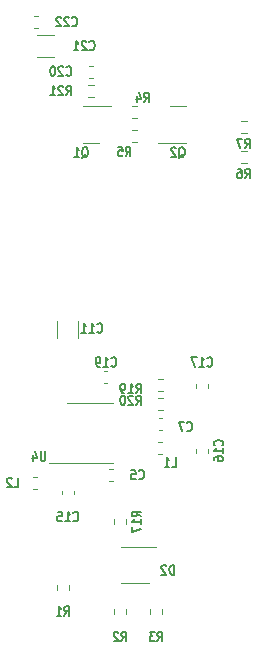
<source format=gbr>
%TF.GenerationSoftware,KiCad,Pcbnew,5.99.0-unknown-46c4727783~106~ubuntu20.04.1*%
%TF.CreationDate,2021-01-07T16:46:54-03:00*%
%TF.ProjectId,lisa32,6c697361-3332-42e6-9b69-6361645f7063,rev?*%
%TF.SameCoordinates,Original*%
%TF.FileFunction,Legend,Bot*%
%TF.FilePolarity,Positive*%
%FSLAX46Y46*%
G04 Gerber Fmt 4.6, Leading zero omitted, Abs format (unit mm)*
G04 Created by KiCad (PCBNEW 5.99.0-unknown-46c4727783~106~ubuntu20.04.1) date 2021-01-07 16:46:54*
%MOMM*%
%LPD*%
G01*
G04 APERTURE LIST*
%ADD10C,0.150000*%
%ADD11C,0.120000*%
G04 APERTURE END LIST*
D10*
%TO.C,D2*%
X18017266Y-51720704D02*
X18017266Y-50920704D01*
X17850600Y-50920704D01*
X17750600Y-50958800D01*
X17683933Y-51034990D01*
X17650600Y-51111180D01*
X17617266Y-51263561D01*
X17617266Y-51377847D01*
X17650600Y-51530228D01*
X17683933Y-51606419D01*
X17750600Y-51682609D01*
X17850600Y-51720704D01*
X18017266Y-51720704D01*
X17350600Y-50996895D02*
X17317266Y-50958800D01*
X17250600Y-50920704D01*
X17083933Y-50920704D01*
X17017266Y-50958800D01*
X16983933Y-50996895D01*
X16950600Y-51073085D01*
X16950600Y-51149276D01*
X16983933Y-51263561D01*
X17383933Y-51720704D01*
X16950600Y-51720704D01*
%TO.C,Q2*%
X18417666Y-16427095D02*
X18484333Y-16389000D01*
X18551000Y-16312809D01*
X18651000Y-16198523D01*
X18717666Y-16160428D01*
X18784333Y-16160428D01*
X18751000Y-16350904D02*
X18817666Y-16312809D01*
X18884333Y-16236619D01*
X18917666Y-16084238D01*
X18917666Y-15817571D01*
X18884333Y-15665190D01*
X18817666Y-15589000D01*
X18751000Y-15550904D01*
X18617666Y-15550904D01*
X18551000Y-15589000D01*
X18484333Y-15665190D01*
X18451000Y-15817571D01*
X18451000Y-16084238D01*
X18484333Y-16236619D01*
X18551000Y-16312809D01*
X18617666Y-16350904D01*
X18751000Y-16350904D01*
X18184333Y-15627095D02*
X18151000Y-15589000D01*
X18084333Y-15550904D01*
X17917666Y-15550904D01*
X17851000Y-15589000D01*
X17817666Y-15627095D01*
X17784333Y-15703285D01*
X17784333Y-15779476D01*
X17817666Y-15893761D01*
X18217666Y-16350904D01*
X17784333Y-16350904D01*
%TO.C,R5*%
X13934266Y-16287704D02*
X14167600Y-15906752D01*
X14334266Y-16287704D02*
X14334266Y-15487704D01*
X14067600Y-15487704D01*
X14000933Y-15525800D01*
X13967600Y-15563895D01*
X13934266Y-15640085D01*
X13934266Y-15754371D01*
X13967600Y-15830561D01*
X14000933Y-15868657D01*
X14067600Y-15906752D01*
X14334266Y-15906752D01*
X13300933Y-15487704D02*
X13634266Y-15487704D01*
X13667600Y-15868657D01*
X13634266Y-15830561D01*
X13567600Y-15792466D01*
X13400933Y-15792466D01*
X13334266Y-15830561D01*
X13300933Y-15868657D01*
X13267600Y-15944847D01*
X13267600Y-16135323D01*
X13300933Y-16211514D01*
X13334266Y-16249609D01*
X13400933Y-16287704D01*
X13567600Y-16287704D01*
X13634266Y-16249609D01*
X13667600Y-16211514D01*
%TO.C,R3*%
X16626666Y-57384904D02*
X16860000Y-57003952D01*
X17026666Y-57384904D02*
X17026666Y-56584904D01*
X16760000Y-56584904D01*
X16693333Y-56623000D01*
X16660000Y-56661095D01*
X16626666Y-56737285D01*
X16626666Y-56851571D01*
X16660000Y-56927761D01*
X16693333Y-56965857D01*
X16760000Y-57003952D01*
X17026666Y-57003952D01*
X16393333Y-56584904D02*
X15960000Y-56584904D01*
X16193333Y-56889666D01*
X16093333Y-56889666D01*
X16026666Y-56927761D01*
X15993333Y-56965857D01*
X15960000Y-57042047D01*
X15960000Y-57232523D01*
X15993333Y-57308714D01*
X16026666Y-57346809D01*
X16093333Y-57384904D01*
X16293333Y-57384904D01*
X16360000Y-57346809D01*
X16393333Y-57308714D01*
%TO.C,C17*%
X20846200Y-34042314D02*
X20879533Y-34080409D01*
X20979533Y-34118504D01*
X21046200Y-34118504D01*
X21146200Y-34080409D01*
X21212866Y-34004219D01*
X21246200Y-33928028D01*
X21279533Y-33775647D01*
X21279533Y-33661361D01*
X21246200Y-33508980D01*
X21212866Y-33432790D01*
X21146200Y-33356600D01*
X21046200Y-33318504D01*
X20979533Y-33318504D01*
X20879533Y-33356600D01*
X20846200Y-33394695D01*
X20179533Y-34118504D02*
X20579533Y-34118504D01*
X20379533Y-34118504D02*
X20379533Y-33318504D01*
X20446200Y-33432790D01*
X20512866Y-33508980D01*
X20579533Y-33547076D01*
X19946200Y-33318504D02*
X19479533Y-33318504D01*
X19779533Y-34118504D01*
%TO.C,R2*%
X13578666Y-57384904D02*
X13812000Y-57003952D01*
X13978666Y-57384904D02*
X13978666Y-56584904D01*
X13712000Y-56584904D01*
X13645333Y-56623000D01*
X13612000Y-56661095D01*
X13578666Y-56737285D01*
X13578666Y-56851571D01*
X13612000Y-56927761D01*
X13645333Y-56965857D01*
X13712000Y-57003952D01*
X13978666Y-57003952D01*
X13312000Y-56661095D02*
X13278666Y-56623000D01*
X13212000Y-56584904D01*
X13045333Y-56584904D01*
X12978666Y-56623000D01*
X12945333Y-56661095D01*
X12912000Y-56737285D01*
X12912000Y-56813476D01*
X12945333Y-56927761D01*
X13345333Y-57384904D01*
X12912000Y-57384904D01*
%TO.C,L2*%
X4485466Y-44329304D02*
X4818800Y-44329304D01*
X4818800Y-43529304D01*
X4285466Y-43605495D02*
X4252133Y-43567400D01*
X4185466Y-43529304D01*
X4018800Y-43529304D01*
X3952133Y-43567400D01*
X3918800Y-43605495D01*
X3885466Y-43681685D01*
X3885466Y-43757876D01*
X3918800Y-43872161D01*
X4318800Y-44329304D01*
X3885466Y-44329304D01*
%TO.C,U4*%
X7137333Y-41294104D02*
X7137333Y-41941723D01*
X7104000Y-42017914D01*
X7070666Y-42056009D01*
X7004000Y-42094104D01*
X6870666Y-42094104D01*
X6804000Y-42056009D01*
X6770666Y-42017914D01*
X6737333Y-41941723D01*
X6737333Y-41294104D01*
X6104000Y-41560771D02*
X6104000Y-42094104D01*
X6270666Y-41256009D02*
X6437333Y-41827438D01*
X6004000Y-41827438D01*
%TO.C,R20*%
X14826400Y-37369704D02*
X15059733Y-36988752D01*
X15226400Y-37369704D02*
X15226400Y-36569704D01*
X14959733Y-36569704D01*
X14893066Y-36607800D01*
X14859733Y-36645895D01*
X14826400Y-36722085D01*
X14826400Y-36836371D01*
X14859733Y-36912561D01*
X14893066Y-36950657D01*
X14959733Y-36988752D01*
X15226400Y-36988752D01*
X14559733Y-36645895D02*
X14526400Y-36607800D01*
X14459733Y-36569704D01*
X14293066Y-36569704D01*
X14226400Y-36607800D01*
X14193066Y-36645895D01*
X14159733Y-36722085D01*
X14159733Y-36798276D01*
X14193066Y-36912561D01*
X14593066Y-37369704D01*
X14159733Y-37369704D01*
X13726400Y-36569704D02*
X13659733Y-36569704D01*
X13593066Y-36607800D01*
X13559733Y-36645895D01*
X13526400Y-36722085D01*
X13493066Y-36874466D01*
X13493066Y-37064942D01*
X13526400Y-37217323D01*
X13559733Y-37293514D01*
X13593066Y-37331609D01*
X13659733Y-37369704D01*
X13726400Y-37369704D01*
X13793066Y-37331609D01*
X13826400Y-37293514D01*
X13859733Y-37217323D01*
X13893066Y-37064942D01*
X13893066Y-36874466D01*
X13859733Y-36722085D01*
X13826400Y-36645895D01*
X13793066Y-36607800D01*
X13726400Y-36569704D01*
%TO.C,R21*%
X8895000Y-11156904D02*
X9128333Y-10775952D01*
X9295000Y-11156904D02*
X9295000Y-10356904D01*
X9028333Y-10356904D01*
X8961666Y-10395000D01*
X8928333Y-10433095D01*
X8895000Y-10509285D01*
X8895000Y-10623571D01*
X8928333Y-10699761D01*
X8961666Y-10737857D01*
X9028333Y-10775952D01*
X9295000Y-10775952D01*
X8628333Y-10433095D02*
X8595000Y-10395000D01*
X8528333Y-10356904D01*
X8361666Y-10356904D01*
X8295000Y-10395000D01*
X8261666Y-10433095D01*
X8228333Y-10509285D01*
X8228333Y-10585476D01*
X8261666Y-10699761D01*
X8661666Y-11156904D01*
X8228333Y-11156904D01*
X7561666Y-11156904D02*
X7961666Y-11156904D01*
X7761666Y-11156904D02*
X7761666Y-10356904D01*
X7828333Y-10471190D01*
X7895000Y-10547380D01*
X7961666Y-10585476D01*
%TO.C,C19*%
X12718200Y-34042314D02*
X12751533Y-34080409D01*
X12851533Y-34118504D01*
X12918200Y-34118504D01*
X13018200Y-34080409D01*
X13084866Y-34004219D01*
X13118200Y-33928028D01*
X13151533Y-33775647D01*
X13151533Y-33661361D01*
X13118200Y-33508980D01*
X13084866Y-33432790D01*
X13018200Y-33356600D01*
X12918200Y-33318504D01*
X12851533Y-33318504D01*
X12751533Y-33356600D01*
X12718200Y-33394695D01*
X12051533Y-34118504D02*
X12451533Y-34118504D01*
X12251533Y-34118504D02*
X12251533Y-33318504D01*
X12318200Y-33432790D01*
X12384866Y-33508980D01*
X12451533Y-33547076D01*
X11718200Y-34118504D02*
X11584866Y-34118504D01*
X11518200Y-34080409D01*
X11484866Y-34042314D01*
X11418200Y-33928028D01*
X11384866Y-33775647D01*
X11384866Y-33470885D01*
X11418200Y-33394695D01*
X11451533Y-33356600D01*
X11518200Y-33318504D01*
X11651533Y-33318504D01*
X11718200Y-33356600D01*
X11751533Y-33394695D01*
X11784866Y-33470885D01*
X11784866Y-33661361D01*
X11751533Y-33737552D01*
X11718200Y-33775647D01*
X11651533Y-33813742D01*
X11518200Y-33813742D01*
X11451533Y-33775647D01*
X11418200Y-33737552D01*
X11384866Y-33661361D01*
%TO.C,C15*%
X9492400Y-47148714D02*
X9525733Y-47186809D01*
X9625733Y-47224904D01*
X9692400Y-47224904D01*
X9792400Y-47186809D01*
X9859066Y-47110619D01*
X9892400Y-47034428D01*
X9925733Y-46882047D01*
X9925733Y-46767761D01*
X9892400Y-46615380D01*
X9859066Y-46539190D01*
X9792400Y-46463000D01*
X9692400Y-46424904D01*
X9625733Y-46424904D01*
X9525733Y-46463000D01*
X9492400Y-46501095D01*
X8825733Y-47224904D02*
X9225733Y-47224904D01*
X9025733Y-47224904D02*
X9025733Y-46424904D01*
X9092400Y-46539190D01*
X9159066Y-46615380D01*
X9225733Y-46653476D01*
X8192400Y-46424904D02*
X8525733Y-46424904D01*
X8559066Y-46805857D01*
X8525733Y-46767761D01*
X8459066Y-46729666D01*
X8292400Y-46729666D01*
X8225733Y-46767761D01*
X8192400Y-46805857D01*
X8159066Y-46882047D01*
X8159066Y-47072523D01*
X8192400Y-47148714D01*
X8225733Y-47186809D01*
X8292400Y-47224904D01*
X8459066Y-47224904D01*
X8525733Y-47186809D01*
X8559066Y-47148714D01*
%TO.C,C11*%
X11524400Y-31172114D02*
X11557733Y-31210209D01*
X11657733Y-31248304D01*
X11724400Y-31248304D01*
X11824400Y-31210209D01*
X11891066Y-31134019D01*
X11924400Y-31057828D01*
X11957733Y-30905447D01*
X11957733Y-30791161D01*
X11924400Y-30638780D01*
X11891066Y-30562590D01*
X11824400Y-30486400D01*
X11724400Y-30448304D01*
X11657733Y-30448304D01*
X11557733Y-30486400D01*
X11524400Y-30524495D01*
X10857733Y-31248304D02*
X11257733Y-31248304D01*
X11057733Y-31248304D02*
X11057733Y-30448304D01*
X11124400Y-30562590D01*
X11191066Y-30638780D01*
X11257733Y-30676876D01*
X10191066Y-31248304D02*
X10591066Y-31248304D01*
X10391066Y-31248304D02*
X10391066Y-30448304D01*
X10457733Y-30562590D01*
X10524400Y-30638780D01*
X10591066Y-30676876D01*
%TO.C,R19*%
X14826400Y-36379104D02*
X15059733Y-35998152D01*
X15226400Y-36379104D02*
X15226400Y-35579104D01*
X14959733Y-35579104D01*
X14893066Y-35617200D01*
X14859733Y-35655295D01*
X14826400Y-35731485D01*
X14826400Y-35845771D01*
X14859733Y-35921961D01*
X14893066Y-35960057D01*
X14959733Y-35998152D01*
X15226400Y-35998152D01*
X14159733Y-36379104D02*
X14559733Y-36379104D01*
X14359733Y-36379104D02*
X14359733Y-35579104D01*
X14426400Y-35693390D01*
X14493066Y-35769580D01*
X14559733Y-35807676D01*
X13826400Y-36379104D02*
X13693066Y-36379104D01*
X13626400Y-36341009D01*
X13593066Y-36302914D01*
X13526400Y-36188628D01*
X13493066Y-36036247D01*
X13493066Y-35731485D01*
X13526400Y-35655295D01*
X13559733Y-35617200D01*
X13626400Y-35579104D01*
X13759733Y-35579104D01*
X13826400Y-35617200D01*
X13859733Y-35655295D01*
X13893066Y-35731485D01*
X13893066Y-35921961D01*
X13859733Y-35998152D01*
X13826400Y-36036247D01*
X13759733Y-36074342D01*
X13626400Y-36074342D01*
X13559733Y-36036247D01*
X13526400Y-35998152D01*
X13493066Y-35921961D01*
%TO.C,R1*%
X8752666Y-55225904D02*
X8986000Y-54844952D01*
X9152666Y-55225904D02*
X9152666Y-54425904D01*
X8886000Y-54425904D01*
X8819333Y-54464000D01*
X8786000Y-54502095D01*
X8752666Y-54578285D01*
X8752666Y-54692571D01*
X8786000Y-54768761D01*
X8819333Y-54806857D01*
X8886000Y-54844952D01*
X9152666Y-54844952D01*
X8086000Y-55225904D02*
X8486000Y-55225904D01*
X8286000Y-55225904D02*
X8286000Y-54425904D01*
X8352666Y-54540190D01*
X8419333Y-54616380D01*
X8486000Y-54654476D01*
%TO.C,C7*%
X19115866Y-39528714D02*
X19149200Y-39566809D01*
X19249200Y-39604904D01*
X19315866Y-39604904D01*
X19415866Y-39566809D01*
X19482533Y-39490619D01*
X19515866Y-39414428D01*
X19549200Y-39262047D01*
X19549200Y-39147761D01*
X19515866Y-38995380D01*
X19482533Y-38919190D01*
X19415866Y-38843000D01*
X19315866Y-38804904D01*
X19249200Y-38804904D01*
X19149200Y-38843000D01*
X19115866Y-38881095D01*
X18882533Y-38804904D02*
X18415866Y-38804904D01*
X18715866Y-39604904D01*
%TO.C,R4*%
X15483666Y-11715704D02*
X15717000Y-11334752D01*
X15883666Y-11715704D02*
X15883666Y-10915704D01*
X15617000Y-10915704D01*
X15550333Y-10953800D01*
X15517000Y-10991895D01*
X15483666Y-11068085D01*
X15483666Y-11182371D01*
X15517000Y-11258561D01*
X15550333Y-11296657D01*
X15617000Y-11334752D01*
X15883666Y-11334752D01*
X14883666Y-11182371D02*
X14883666Y-11715704D01*
X15050333Y-10877609D02*
X15217000Y-11449038D01*
X14783666Y-11449038D01*
%TO.C,L1*%
X17820466Y-42602104D02*
X18153800Y-42602104D01*
X18153800Y-41802104D01*
X17220466Y-42602104D02*
X17620466Y-42602104D01*
X17420466Y-42602104D02*
X17420466Y-41802104D01*
X17487133Y-41916390D01*
X17553800Y-41992580D01*
X17620466Y-42030676D01*
%TO.C,Q1*%
X10226666Y-16440095D02*
X10293333Y-16402000D01*
X10360000Y-16325809D01*
X10460000Y-16211523D01*
X10526666Y-16173428D01*
X10593333Y-16173428D01*
X10560000Y-16363904D02*
X10626666Y-16325809D01*
X10693333Y-16249619D01*
X10726666Y-16097238D01*
X10726666Y-15830571D01*
X10693333Y-15678190D01*
X10626666Y-15602000D01*
X10560000Y-15563904D01*
X10426666Y-15563904D01*
X10360000Y-15602000D01*
X10293333Y-15678190D01*
X10260000Y-15830571D01*
X10260000Y-16097238D01*
X10293333Y-16249619D01*
X10360000Y-16325809D01*
X10426666Y-16363904D01*
X10560000Y-16363904D01*
X9593333Y-16363904D02*
X9993333Y-16363904D01*
X9793333Y-16363904D02*
X9793333Y-15563904D01*
X9860000Y-15678190D01*
X9926666Y-15754380D01*
X9993333Y-15792476D01*
%TO.C,C22*%
X9390800Y-5238714D02*
X9424133Y-5276809D01*
X9524133Y-5314904D01*
X9590800Y-5314904D01*
X9690800Y-5276809D01*
X9757466Y-5200619D01*
X9790800Y-5124428D01*
X9824133Y-4972047D01*
X9824133Y-4857761D01*
X9790800Y-4705380D01*
X9757466Y-4629190D01*
X9690800Y-4553000D01*
X9590800Y-4514904D01*
X9524133Y-4514904D01*
X9424133Y-4553000D01*
X9390800Y-4591095D01*
X9124133Y-4591095D02*
X9090800Y-4553000D01*
X9024133Y-4514904D01*
X8857466Y-4514904D01*
X8790800Y-4553000D01*
X8757466Y-4591095D01*
X8724133Y-4667285D01*
X8724133Y-4743476D01*
X8757466Y-4857761D01*
X9157466Y-5314904D01*
X8724133Y-5314904D01*
X8457466Y-4591095D02*
X8424133Y-4553000D01*
X8357466Y-4514904D01*
X8190800Y-4514904D01*
X8124133Y-4553000D01*
X8090800Y-4591095D01*
X8057466Y-4667285D01*
X8057466Y-4743476D01*
X8090800Y-4857761D01*
X8490800Y-5314904D01*
X8057466Y-5314904D01*
%TO.C,C20*%
X8895000Y-9429714D02*
X8928333Y-9467809D01*
X9028333Y-9505904D01*
X9095000Y-9505904D01*
X9195000Y-9467809D01*
X9261666Y-9391619D01*
X9295000Y-9315428D01*
X9328333Y-9163047D01*
X9328333Y-9048761D01*
X9295000Y-8896380D01*
X9261666Y-8820190D01*
X9195000Y-8744000D01*
X9095000Y-8705904D01*
X9028333Y-8705904D01*
X8928333Y-8744000D01*
X8895000Y-8782095D01*
X8628333Y-8782095D02*
X8595000Y-8744000D01*
X8528333Y-8705904D01*
X8361666Y-8705904D01*
X8295000Y-8744000D01*
X8261666Y-8782095D01*
X8228333Y-8858285D01*
X8228333Y-8934476D01*
X8261666Y-9048761D01*
X8661666Y-9505904D01*
X8228333Y-9505904D01*
X7795000Y-8705904D02*
X7728333Y-8705904D01*
X7661666Y-8744000D01*
X7628333Y-8782095D01*
X7595000Y-8858285D01*
X7561666Y-9010666D01*
X7561666Y-9201142D01*
X7595000Y-9353523D01*
X7628333Y-9429714D01*
X7661666Y-9467809D01*
X7728333Y-9505904D01*
X7795000Y-9505904D01*
X7861666Y-9467809D01*
X7895000Y-9429714D01*
X7928333Y-9353523D01*
X7961666Y-9201142D01*
X7961666Y-9010666D01*
X7928333Y-8858285D01*
X7895000Y-8782095D01*
X7861666Y-8744000D01*
X7795000Y-8705904D01*
%TO.C,C16*%
X22129714Y-40774200D02*
X22167809Y-40740866D01*
X22205904Y-40640866D01*
X22205904Y-40574200D01*
X22167809Y-40474200D01*
X22091619Y-40407533D01*
X22015428Y-40374200D01*
X21863047Y-40340866D01*
X21748761Y-40340866D01*
X21596380Y-40374200D01*
X21520190Y-40407533D01*
X21444000Y-40474200D01*
X21405904Y-40574200D01*
X21405904Y-40640866D01*
X21444000Y-40740866D01*
X21482095Y-40774200D01*
X22205904Y-41440866D02*
X22205904Y-41040866D01*
X22205904Y-41240866D02*
X21405904Y-41240866D01*
X21520190Y-41174200D01*
X21596380Y-41107533D01*
X21634476Y-41040866D01*
X21405904Y-42040866D02*
X21405904Y-41907533D01*
X21444000Y-41840866D01*
X21482095Y-41807533D01*
X21596380Y-41740866D01*
X21748761Y-41707533D01*
X22053523Y-41707533D01*
X22129714Y-41740866D01*
X22167809Y-41774200D01*
X22205904Y-41840866D01*
X22205904Y-41974200D01*
X22167809Y-42040866D01*
X22129714Y-42074200D01*
X22053523Y-42107533D01*
X21863047Y-42107533D01*
X21786857Y-42074200D01*
X21748761Y-42040866D01*
X21710666Y-41974200D01*
X21710666Y-41840866D01*
X21748761Y-41774200D01*
X21786857Y-41740866D01*
X21863047Y-41707533D01*
%TO.C,C21*%
X10864000Y-7270714D02*
X10897333Y-7308809D01*
X10997333Y-7346904D01*
X11064000Y-7346904D01*
X11164000Y-7308809D01*
X11230666Y-7232619D01*
X11264000Y-7156428D01*
X11297333Y-7004047D01*
X11297333Y-6889761D01*
X11264000Y-6737380D01*
X11230666Y-6661190D01*
X11164000Y-6585000D01*
X11064000Y-6546904D01*
X10997333Y-6546904D01*
X10897333Y-6585000D01*
X10864000Y-6623095D01*
X10597333Y-6623095D02*
X10564000Y-6585000D01*
X10497333Y-6546904D01*
X10330666Y-6546904D01*
X10264000Y-6585000D01*
X10230666Y-6623095D01*
X10197333Y-6699285D01*
X10197333Y-6775476D01*
X10230666Y-6889761D01*
X10630666Y-7346904D01*
X10197333Y-7346904D01*
X9530666Y-7346904D02*
X9930666Y-7346904D01*
X9730666Y-7346904D02*
X9730666Y-6546904D01*
X9797333Y-6661190D01*
X9864000Y-6737380D01*
X9930666Y-6775476D01*
%TO.C,C5*%
X15051866Y-43592714D02*
X15085200Y-43630809D01*
X15185200Y-43668904D01*
X15251866Y-43668904D01*
X15351866Y-43630809D01*
X15418533Y-43554619D01*
X15451866Y-43478428D01*
X15485200Y-43326047D01*
X15485200Y-43211761D01*
X15451866Y-43059380D01*
X15418533Y-42983190D01*
X15351866Y-42907000D01*
X15251866Y-42868904D01*
X15185200Y-42868904D01*
X15085200Y-42907000D01*
X15051866Y-42945095D01*
X14418533Y-42868904D02*
X14751866Y-42868904D01*
X14785200Y-43249857D01*
X14751866Y-43211761D01*
X14685200Y-43173666D01*
X14518533Y-43173666D01*
X14451866Y-43211761D01*
X14418533Y-43249857D01*
X14385200Y-43326047D01*
X14385200Y-43516523D01*
X14418533Y-43592714D01*
X14451866Y-43630809D01*
X14518533Y-43668904D01*
X14685200Y-43668904D01*
X14751866Y-43630809D01*
X14785200Y-43592714D01*
%TO.C,R6*%
X24043466Y-18174904D02*
X24276800Y-17793952D01*
X24443466Y-18174904D02*
X24443466Y-17374904D01*
X24176800Y-17374904D01*
X24110133Y-17413000D01*
X24076800Y-17451095D01*
X24043466Y-17527285D01*
X24043466Y-17641571D01*
X24076800Y-17717761D01*
X24110133Y-17755857D01*
X24176800Y-17793952D01*
X24443466Y-17793952D01*
X23443466Y-17374904D02*
X23576800Y-17374904D01*
X23643466Y-17413000D01*
X23676800Y-17451095D01*
X23743466Y-17565380D01*
X23776800Y-17717761D01*
X23776800Y-18022523D01*
X23743466Y-18098714D01*
X23710133Y-18136809D01*
X23643466Y-18174904D01*
X23510133Y-18174904D01*
X23443466Y-18136809D01*
X23410133Y-18098714D01*
X23376800Y-18022523D01*
X23376800Y-17832047D01*
X23410133Y-17755857D01*
X23443466Y-17717761D01*
X23510133Y-17679666D01*
X23643466Y-17679666D01*
X23710133Y-17717761D01*
X23743466Y-17755857D01*
X23776800Y-17832047D01*
%TO.C,R7*%
X24043466Y-15634904D02*
X24276800Y-15253952D01*
X24443466Y-15634904D02*
X24443466Y-14834904D01*
X24176800Y-14834904D01*
X24110133Y-14873000D01*
X24076800Y-14911095D01*
X24043466Y-14987285D01*
X24043466Y-15101571D01*
X24076800Y-15177761D01*
X24110133Y-15215857D01*
X24176800Y-15253952D01*
X24443466Y-15253952D01*
X23810133Y-14834904D02*
X23343466Y-14834904D01*
X23643466Y-15634904D01*
%TO.C,R17*%
X15253904Y-46794000D02*
X14872952Y-46560666D01*
X15253904Y-46394000D02*
X14453904Y-46394000D01*
X14453904Y-46660666D01*
X14492000Y-46727333D01*
X14530095Y-46760666D01*
X14606285Y-46794000D01*
X14720571Y-46794000D01*
X14796761Y-46760666D01*
X14834857Y-46727333D01*
X14872952Y-46660666D01*
X14872952Y-46394000D01*
X15253904Y-47460666D02*
X15253904Y-47060666D01*
X15253904Y-47260666D02*
X14453904Y-47260666D01*
X14568190Y-47194000D01*
X14644380Y-47127333D01*
X14682476Y-47060666D01*
X14453904Y-47694000D02*
X14453904Y-48160666D01*
X15253904Y-47860666D01*
D11*
%TO.C,D2*%
X13532000Y-49351600D02*
X16482000Y-49351600D01*
X15932000Y-52451600D02*
X13532000Y-52451600D01*
%TO.C,Q2*%
X18351000Y-12029000D02*
X17701000Y-12029000D01*
X18351000Y-12029000D02*
X19001000Y-12029000D01*
X18351000Y-15149000D02*
X19001000Y-15149000D01*
X18351000Y-15149000D02*
X16676000Y-15149000D01*
%TO.C,R5*%
X14430742Y-14082500D02*
X14905258Y-14082500D01*
X14430742Y-15127500D02*
X14905258Y-15127500D01*
%TO.C,R3*%
X15987500Y-54626742D02*
X15987500Y-55101258D01*
X17032500Y-54626742D02*
X17032500Y-55101258D01*
%TO.C,C17*%
X19911600Y-35622620D02*
X19911600Y-35903780D01*
X20931600Y-35622620D02*
X20931600Y-35903780D01*
%TO.C,R2*%
X13984500Y-54626742D02*
X13984500Y-55101258D01*
X12939500Y-54626742D02*
X12939500Y-55101258D01*
%TO.C,L2*%
X6085621Y-44452000D02*
X6411179Y-44452000D01*
X6085621Y-43432000D02*
X6411179Y-43432000D01*
%TO.C,U4*%
X10922000Y-37191000D02*
X12872000Y-37191000D01*
X10922000Y-37191000D02*
X8972000Y-37191000D01*
X10922000Y-42311000D02*
X12872000Y-42311000D01*
X10922000Y-42311000D02*
X7472000Y-42311000D01*
%TO.C,R20*%
X16628342Y-36764700D02*
X17102858Y-36764700D01*
X16628342Y-37809700D02*
X17102858Y-37809700D01*
%TO.C,R21*%
X11222258Y-11317500D02*
X10747742Y-11317500D01*
X11222258Y-10272500D02*
X10747742Y-10272500D01*
%TO.C,C19*%
X12102220Y-34491200D02*
X12383380Y-34491200D01*
X12102220Y-35511200D02*
X12383380Y-35511200D01*
%TO.C,C15*%
X9552400Y-44614220D02*
X9552400Y-44895380D01*
X8532400Y-44614220D02*
X8532400Y-44895380D01*
%TO.C,C11*%
X9927000Y-31699252D02*
X9927000Y-30276748D01*
X8107000Y-31699252D02*
X8107000Y-30276748D01*
%TO.C,R19*%
X16628342Y-35139100D02*
X17102858Y-35139100D01*
X16628342Y-36184100D02*
X17102858Y-36184100D01*
%TO.C,R1*%
X8113500Y-52594742D02*
X8113500Y-53069258D01*
X9158500Y-52594742D02*
X9158500Y-53069258D01*
%TO.C,C7*%
X16725020Y-38479000D02*
X17006180Y-38479000D01*
X16725020Y-39499000D02*
X17006180Y-39499000D01*
%TO.C,R4*%
X14905258Y-12050500D02*
X14430742Y-12050500D01*
X14905258Y-13095500D02*
X14430742Y-13095500D01*
%TO.C,L1*%
X17028379Y-41480200D02*
X16702821Y-41480200D01*
X17028379Y-40460200D02*
X16702821Y-40460200D01*
%TO.C,Q1*%
X10985000Y-15149000D02*
X10335000Y-15149000D01*
X10985000Y-12029000D02*
X12660000Y-12029000D01*
X10985000Y-15149000D02*
X11635000Y-15149000D01*
X10985000Y-12029000D02*
X10335000Y-12029000D01*
%TO.C,C22*%
X6209420Y-5463000D02*
X6490580Y-5463000D01*
X6209420Y-4443000D02*
X6490580Y-4443000D01*
%TO.C,C20*%
X10844420Y-9654000D02*
X11125580Y-9654000D01*
X10844420Y-8634000D02*
X11125580Y-8634000D01*
%TO.C,C16*%
X19860800Y-41109020D02*
X19860800Y-41390180D01*
X20880800Y-41109020D02*
X20880800Y-41390180D01*
%TO.C,C21*%
X6400748Y-6075000D02*
X7823252Y-6075000D01*
X6400748Y-7895000D02*
X7823252Y-7895000D01*
%TO.C,C5*%
X12840580Y-42822400D02*
X12559420Y-42822400D01*
X12840580Y-43842400D02*
X12559420Y-43842400D01*
%TO.C,R6*%
X23689542Y-15860500D02*
X24164058Y-15860500D01*
X23689542Y-16905500D02*
X24164058Y-16905500D01*
%TO.C,R7*%
X23689542Y-14365500D02*
X24164058Y-14365500D01*
X23689542Y-13320500D02*
X24164058Y-13320500D01*
%TO.C,R17*%
X12939500Y-47481258D02*
X12939500Y-47006742D01*
X13984500Y-47481258D02*
X13984500Y-47006742D01*
%TD*%
M02*

</source>
